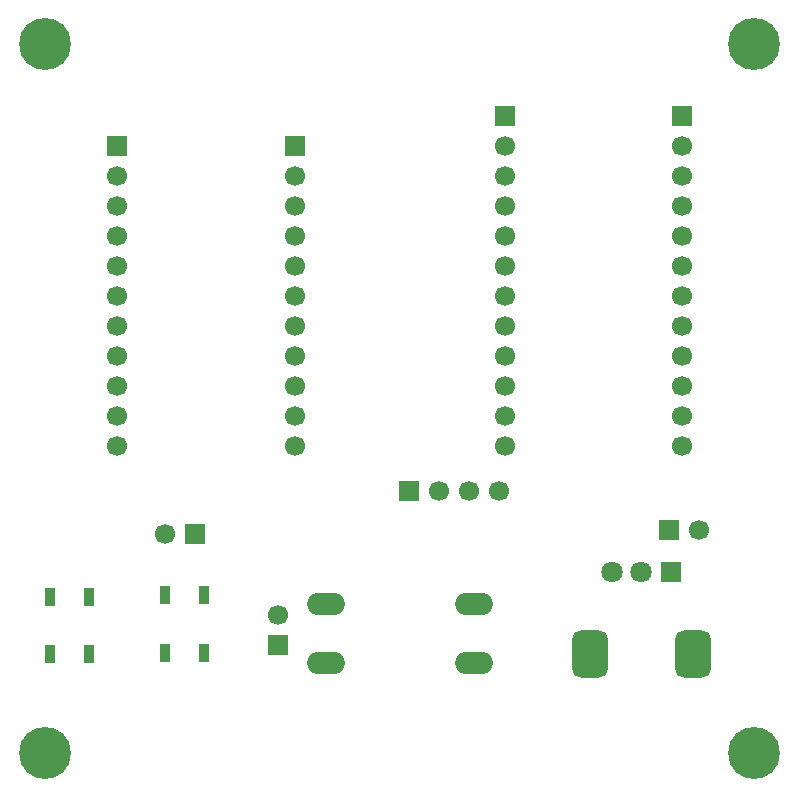
<source format=gts>
G04 #@! TF.GenerationSoftware,KiCad,Pcbnew,9.0.6*
G04 #@! TF.CreationDate,2025-12-02T23:01:08+01:00*
G04 #@! TF.ProjectId,floppyv3_expansion,666c6f70-7079-4763-935f-657870616e73,rev?*
G04 #@! TF.SameCoordinates,Original*
G04 #@! TF.FileFunction,Soldermask,Top*
G04 #@! TF.FilePolarity,Negative*
%FSLAX46Y46*%
G04 Gerber Fmt 4.6, Leading zero omitted, Abs format (unit mm)*
G04 Created by KiCad (PCBNEW 9.0.6) date 2025-12-02 23:01:08*
%MOMM*%
%LPD*%
G01*
G04 APERTURE LIST*
G04 Aperture macros list*
%AMRoundRect*
0 Rectangle with rounded corners*
0 $1 Rounding radius*
0 $2 $3 $4 $5 $6 $7 $8 $9 X,Y pos of 4 corners*
0 Add a 4 corners polygon primitive as box body*
4,1,4,$2,$3,$4,$5,$6,$7,$8,$9,$2,$3,0*
0 Add four circle primitives for the rounded corners*
1,1,$1+$1,$2,$3*
1,1,$1+$1,$4,$5*
1,1,$1+$1,$6,$7*
1,1,$1+$1,$8,$9*
0 Add four rect primitives between the rounded corners*
20,1,$1+$1,$2,$3,$4,$5,0*
20,1,$1+$1,$4,$5,$6,$7,0*
20,1,$1+$1,$6,$7,$8,$9,0*
20,1,$1+$1,$8,$9,$2,$3,0*%
G04 Aperture macros list end*
%ADD10O,3.200000X1.900000*%
%ADD11R,1.800000X1.800000*%
%ADD12C,1.800000*%
%ADD13RoundRect,0.750000X-0.750000X1.250000X-0.750000X-1.250000X0.750000X-1.250000X0.750000X1.250000X0*%
%ADD14RoundRect,0.090000X0.360000X-0.660000X0.360000X0.660000X-0.360000X0.660000X-0.360000X-0.660000X0*%
%ADD15C,0.700000*%
%ADD16C,4.400000*%
%ADD17R,1.700000X1.700000*%
%ADD18C,1.700000*%
G04 APERTURE END LIST*
D10*
G04 #@! TO.C,SW1*
X108902500Y-116260000D03*
X121402500Y-116260000D03*
X108902500Y-121260000D03*
X121402500Y-121260000D03*
G04 #@! TD*
D11*
G04 #@! TO.C,RV1*
X138100000Y-113550000D03*
D12*
X135600000Y-113550000D03*
X133100000Y-113550000D03*
D13*
X140000000Y-120550000D03*
X131200000Y-120550000D03*
G04 #@! TD*
D14*
G04 #@! TO.C,D1*
X95240000Y-120470000D03*
X98540000Y-120470000D03*
X98540000Y-115570000D03*
X95240000Y-115570000D03*
G04 #@! TD*
D15*
G04 #@! TO.C,H1*
X83464200Y-68914200D03*
X83947474Y-67747474D03*
X83947474Y-70080926D03*
X85114200Y-67264200D03*
D16*
X85114200Y-68914200D03*
D15*
X85114200Y-70564200D03*
X86280926Y-67747474D03*
X86280926Y-70080926D03*
X86764200Y-68914200D03*
G04 #@! TD*
D17*
G04 #@! TO.C,JP2*
X104800000Y-119800000D03*
D18*
X104800000Y-117260000D03*
G04 #@! TD*
D14*
G04 #@! TO.C,D2*
X85550000Y-120570000D03*
X88850000Y-120570000D03*
X88850000Y-115670000D03*
X85550000Y-115670000D03*
G04 #@! TD*
D17*
G04 #@! TO.C,JP3*
X97780000Y-110400000D03*
D18*
X95240000Y-110400000D03*
G04 #@! TD*
D17*
G04 #@! TO.C,J5*
X139008414Y-75016440D03*
D18*
X139008414Y-77556440D03*
X139008414Y-80096440D03*
X139008414Y-82636440D03*
X139008414Y-85176440D03*
X139008414Y-87716440D03*
X139008414Y-90256440D03*
X139008414Y-92796440D03*
X139008414Y-95336440D03*
X139008414Y-97876440D03*
X139008414Y-100416440D03*
X139008414Y-102956440D03*
G04 #@! TD*
D17*
G04 #@! TO.C,J1*
X91228414Y-77556440D03*
D18*
X91228414Y-80096440D03*
X91228414Y-82636440D03*
X91228414Y-85176440D03*
X91228414Y-87716440D03*
X91228414Y-90256440D03*
X91228414Y-92796440D03*
X91228414Y-95336440D03*
X91228414Y-97876440D03*
X91228414Y-100416440D03*
X91228414Y-102956440D03*
G04 #@! TD*
D17*
G04 #@! TO.C,J3*
X115888414Y-106701440D03*
D18*
X118428414Y-106701440D03*
X120968414Y-106701440D03*
X123508414Y-106701440D03*
G04 #@! TD*
D15*
G04 #@! TO.C,H3*
X143464200Y-128914278D03*
X143947474Y-127747552D03*
X143947474Y-130081004D03*
X145114200Y-127264278D03*
D16*
X145114200Y-128914278D03*
D15*
X145114200Y-130564278D03*
X146280926Y-127747552D03*
X146280926Y-130081004D03*
X146764200Y-128914278D03*
G04 #@! TD*
D17*
G04 #@! TO.C,J4*
X124008414Y-75016440D03*
D18*
X124008414Y-77556440D03*
X124008414Y-80096440D03*
X124008414Y-82636440D03*
X124008414Y-85176440D03*
X124008414Y-87716440D03*
X124008414Y-90256440D03*
X124008414Y-92796440D03*
X124008414Y-95336440D03*
X124008414Y-97876440D03*
X124008414Y-100416440D03*
X124008414Y-102956440D03*
G04 #@! TD*
D15*
G04 #@! TO.C,H4*
X83449986Y-128899964D03*
X83933260Y-127733238D03*
X83933260Y-130066690D03*
X85099986Y-127249964D03*
D16*
X85099986Y-128899964D03*
D15*
X85099986Y-130549964D03*
X86266712Y-127733238D03*
X86266712Y-130066690D03*
X86749986Y-128899964D03*
G04 #@! TD*
D17*
G04 #@! TO.C,JP1*
X137925000Y-110000000D03*
D18*
X140465000Y-110000000D03*
G04 #@! TD*
D17*
G04 #@! TO.C,J2*
X106228414Y-77556440D03*
D18*
X106228414Y-80096440D03*
X106228414Y-82636440D03*
X106228414Y-85176440D03*
X106228414Y-87716440D03*
X106228414Y-90256440D03*
X106228414Y-92796440D03*
X106228414Y-95336440D03*
X106228414Y-97876440D03*
X106228414Y-100416440D03*
X106228414Y-102956440D03*
G04 #@! TD*
D15*
G04 #@! TO.C,H2*
X143464200Y-68914200D03*
X143947474Y-67747474D03*
X143947474Y-70080926D03*
X145114200Y-67264200D03*
D16*
X145114200Y-68914200D03*
D15*
X145114200Y-70564200D03*
X146280926Y-67747474D03*
X146280926Y-70080926D03*
X146764200Y-68914200D03*
G04 #@! TD*
M02*

</source>
